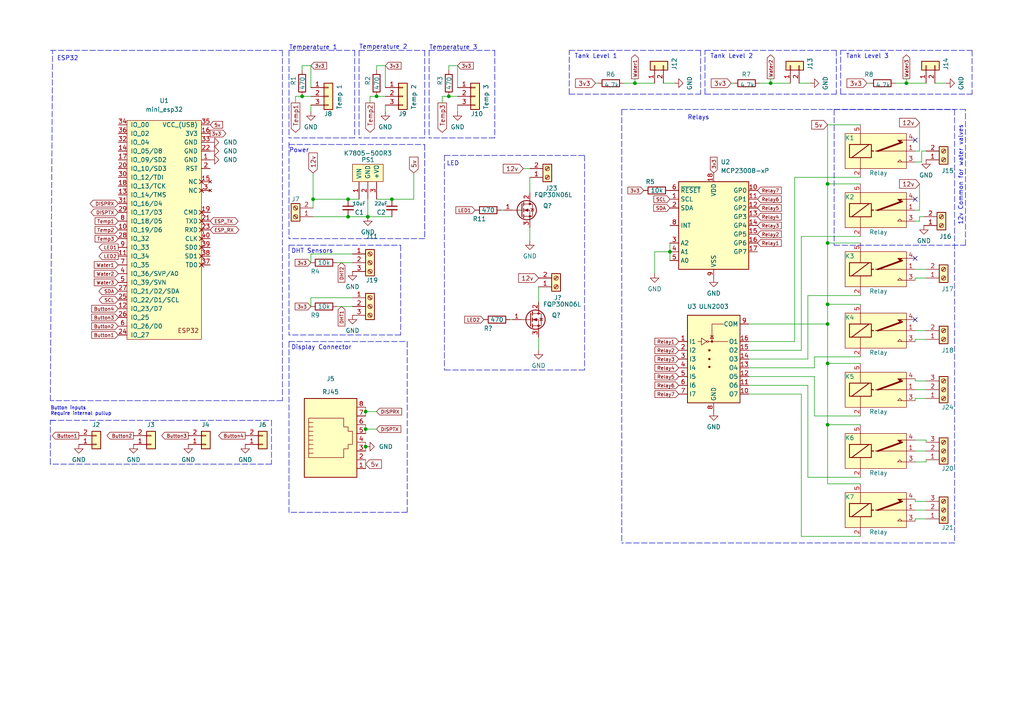
<source format=kicad_sch>
(kicad_sch (version 20211123) (generator eeschema)
  (paper "A4")
  (title_block (title "SmartRV-AIO") (date "2022-02-19") (rev "v0.1") (company "SmartRV") (comment 1 "robin@smartrv.uk"))
  (lib_symbols
    (symbol "Connector:RJ45" (pin_names (offset 1.016))
      (property "Reference" "J" (at -5.08 13.97 0))
      (property "Value" "RJ45" (at 2.54 13.97 0))
      (symbol "RJ45_1_1"
        (pin passive line (at 10.16 -7.62 180) (length 2.54) (name "~") (number "1"))
        (pin passive line (at 10.16 -5.08 180) (length 2.54) (name "~") (number "2"))
        (pin passive line (at 10.16 -2.54 180) (length 2.54) (name "~") (number "3"))
        (pin passive line (at 10.16 0 180) (length 2.54) (name "~") (number "4"))
        (pin passive line (at 10.16 2.54 180) (length 2.54) (name "~") (number "5"))
        (pin passive line (at 10.16 5.08 180) (length 2.54) (name "~") (number "6"))
        (pin passive line (at 10.16 7.62 180) (length 2.54) (name "~") (number "7"))
        (pin passive line (at 10.16 10.16 180) (length 2.54) (name "~") (number "8"))
      )
    )
    (symbol "Connector:Screw_Terminal_01x02" (pin_names (offset 1.016) hide)
      (property "Reference" "J" (at 0 2.54 0))
      (property "Value" "Screw_Terminal_01x02" (at 0 -5.08 0))
      (symbol "Screw_Terminal_01x02_1_1"
        (pin passive line (at -5.08 0 0) (length 3.81) (name "Pin_1") (number "1"))
        (pin passive line (at -5.08 -2.54 0) (length 3.81) (name "Pin_2") (number "2"))
      )
    )
    (symbol "Connector:Screw_Terminal_01x03" (pin_names (offset 1.016) hide)
      (property "Reference" "J" (at 0 5.08 0))
      (property "Value" "Screw_Terminal_01x03" (at 0 -5.08 0))
      (symbol "Screw_Terminal_01x03_1_1"
        (pin passive line (at -5.08 2.54 0) (length 3.81) (name "Pin_1") (number "1"))
        (pin passive line (at -5.08 0 0) (length 3.81) (name "Pin_2") (number "2"))
        (pin passive line (at -5.08 -2.54 0) (length 3.81) (name "Pin_3") (number "3"))
      )
    )
    (symbol "Connector_Generic:Conn_01x02" (pin_names (offset 1.016) hide)
      (property "Reference" "J" (at 0 2.54 0))
      (property "Value" "Conn_01x02" (at 0 -5.08 0))
      (symbol "Conn_01x02_1_1"
        (pin passive line (at -5.08 0 0) (length 3.81) (name "Pin_1") (number "1"))
        (pin passive line (at -5.08 -2.54 0) (length 3.81) (name "Pin_2") (number "2"))
      )
    )
    (symbol "Connector_Generic:Conn_01x03" (pin_names (offset 1.016) hide)
      (property "Reference" "J" (at 0 5.08 0))
      (property "Value" "Conn_01x03" (at 0 -5.08 0))
      (symbol "Conn_01x03_1_1"
        (pin passive line (at -5.08 2.54 0) (length 3.81) (name "Pin_1") (number "1"))
        (pin passive line (at -5.08 0 0) (length 3.81) (name "Pin_2") (number "2"))
        (pin passive line (at -5.08 -2.54 0) (length 3.81) (name "Pin_3") (number "3"))
      )
    )
    (symbol "Device:C_Small" (pin_numbers hide) (pin_names (offset 0.254) hide)
      (property "Reference" "C" (at 0.254 1.778 0))
      (property "Value" "C_Small" (at 0.254 -2.032 0))
      (symbol "C_Small_1_1"
        (pin passive line (at 0 2.54 270) (length 2.032) (name "~") (number "1"))
        (pin passive line (at 0 -2.54 90) (length 2.032) (name "~") (number "2"))
      )
    )
    (symbol "Device:R" (pin_numbers hide) (pin_names (offset 0))
      (property "Reference" "R" (at 2.032 0 90))
      (property "Value" "R" (at 0 0 90))
      (symbol "R_1_1"
        (pin passive line (at 0 3.81 270) (length 1.27) (name "~") (number "1"))
        (pin passive line (at 0 -3.81 90) (length 1.27) (name "~") (number "2"))
      )
    )
    (symbol "ESP32_mini:mini_esp32" (pin_names (offset 1.016))
      (property "Reference" "U" (at -7.62 -50.8 0))
      (property "Value" "mini_esp32" (at 5.08 -59.69 0))
      (symbol "mini_esp32_0_0"
        (text "ESP32" (at 7.62 -62.23 0) (effects (font (size 1.27 1.27))))
        (pin power_in line (at 13.97 -12.7 180) (length 2.54) (name "GND") (number "1"))
        (pin input line (at 13.97 -15.24 180) (length 2.54) (name "RST") (number "2"))
        (pin no_connect non_logic (at 13.97 -21.59 180) (length 2.54) (name "NC") (number "3"))
        (pin bidirectional line (at -12.7 -45.72 0) (length 2.54) (name "IO_36/SVP/A0") (number "4"))
        (pin bidirectional line (at -12.7 -48.26 0) (length 2.54) (name "IO_39/SVN") (number "5"))
      )
      (symbol "mini_esp32_1_1"
        (pin bidirectional line (at -12.7 -33.02 0) (length 2.54) (name "IO_19/D6") (number "10"))
        (pin bidirectional line (at -12.7 -40.64 0) (length 2.54) (name "IO_34") (number "11"))
        (pin bidirectional line (at -12.7 -55.88 0) (length 2.54) (name "IO_23/D7") (number "12"))
        (pin bidirectional line (at -12.7 -22.86 0) (length 2.54) (name "IO_14/TMS") (number "13"))
        (pin bidirectional line (at -12.7 -10.16 0) (length 2.54) (name "IO_05/D8") (number "14"))
        (pin no_connect non_logic (at 13.97 -19.05 180) (length 2.54) (name "NC") (number "15"))
        (pin power_in line (at 13.97 -5.08 180) (length 2.54) (name "3V3") (number "16"))
        (pin bidirectional line (at -12.7 -12.7 0) (length 2.54) (name "IO_09/SD2") (number "17"))
        (pin bidirectional line (at -12.7 -20.32 0) (length 2.54) (name "IO_13/TCK") (number "18"))
        (pin passive non_logic (at 13.97 -27.94 180) (length 2.54) (name "CMD") (number "19"))
        (pin bidirectional line (at -12.7 -15.24 0) (length 2.54) (name "IO_10/SD3") (number "20"))
        (pin passive non_logic (at 13.97 -30.48 180) (length 2.54) (name "TXD") (number "21"))
        (pin power_in line (at 13.97 -10.16 180) (length 2.54) (name "GND") (number "22"))
        (pin passive non_logic (at 13.97 -33.02 180) (length 2.54) (name "RXD") (number "23"))
        (pin bidirectional line (at -12.7 -63.5 0) (length 2.54) (name "IO_27") (number "24"))
        (pin bidirectional line (at -12.7 -53.34 0) (length 2.54) (name "IO_22/D1/SCL") (number "25"))
        (pin bidirectional line (at -12.7 -58.42 0) (length 2.54) (name "IO_25") (number "26"))
        (pin bidirectional line (at -12.7 -50.8 0) (length 2.54) (name "IO_21/D2/SDA") (number "27"))
        (pin bidirectional line (at -12.7 -35.56 0) (length 2.54) (name "IO_32") (number "28"))
        (pin bidirectional line (at -12.7 -27.94 0) (length 2.54) (name "IO_17/D3") (number "29"))
        (pin bidirectional line (at -12.7 -17.78 0) (length 2.54) (name "IO_12/TDI") (number "30"))
        (pin bidirectional line (at -12.7 -25.4 0) (length 2.54) (name "IO_16/D4") (number "31"))
        (pin bidirectional line (at -12.7 -7.62 0) (length 2.54) (name "IO_04") (number "32"))
        (pin power_in line (at 13.97 -7.62 180) (length 2.54) (name "GND") (number "33"))
        (pin bidirectional line (at -12.7 -2.54 0) (length 2.54) (name "IO_00") (number "34"))
        (pin power_in line (at 13.97 -2.54 180) (length 2.54) (name "VCC_(USB)") (number "35"))
        (pin bidirectional line (at -12.7 -5.08 0) (length 2.54) (name "IO_02") (number "36"))
        (pin passive non_logic (at 13.97 -43.18 180) (length 2.54) (name "TD0") (number "37"))
        (pin passive non_logic (at 13.97 -40.64 180) (length 2.54) (name "SD1") (number "38"))
        (pin passive non_logic (at 13.97 -38.1 180) (length 2.54) (name "SD0") (number "39"))
        (pin passive non_logic (at 13.97 -35.56 180) (length 2.54) (name "CLK") (number "40"))
        (pin bidirectional line (at -12.7 -60.96 0) (length 2.54) (name "IO_26/D0") (number "6"))
        (pin bidirectional line (at -12.7 -43.18 0) (length 2.54) (name "IO_35") (number "7"))
        (pin bidirectional line (at -12.7 -30.48 0) (length 2.54) (name "IO_18/D5") (number "8"))
        (pin bidirectional line (at -12.7 -38.1 0) (length 2.54) (name "IO_33") (number "9"))
      )
    )
    (symbol "Interface_Expansion:MCP23008-xP"
      (property "Reference" "U" (at -8.89 13.97 0))
      (property "Value" "MCP23008-xP" (at 8.89 13.97 0))
      (symbol "MCP23008-xP_1_1"
        (pin input line (at -12.7 7.62 0) (length 2.54) (name "SCL") (number "1"))
        (pin bidirectional line (at 12.7 10.16 180) (length 2.54) (name "GP0") (number "10"))
        (pin bidirectional line (at 12.7 7.62 180) (length 2.54) (name "GP1") (number "11"))
        (pin bidirectional line (at 12.7 5.08 180) (length 2.54) (name "GP2") (number "12"))
        (pin bidirectional line (at 12.7 2.54 180) (length 2.54) (name "GP3") (number "13"))
        (pin bidirectional line (at 12.7 0 180) (length 2.54) (name "GP4") (number "14"))
        (pin bidirectional line (at 12.7 -2.54 180) (length 2.54) (name "GP5") (number "15"))
        (pin bidirectional line (at 12.7 -5.08 180) (length 2.54) (name "GP6") (number "16"))
        (pin bidirectional line (at 12.7 -7.62 180) (length 2.54) (name "GP7") (number "17"))
        (pin power_in line (at 0 15.24 270) (length 2.54) (name "VDD") (number "18"))
        (pin bidirectional line (at -12.7 5.08 0) (length 2.54) (name "SDA") (number "2"))
        (pin input line (at -12.7 -5.08 0) (length 2.54) (name "A2") (number "3"))
        (pin input line (at -12.7 -7.62 0) (length 2.54) (name "A1") (number "4"))
        (pin input line (at -12.7 -10.16 0) (length 2.54) (name "A0") (number "5"))
        (pin input line (at -12.7 10.16 0) (length 2.54) (name "~{RESET}") (number "6"))
        (pin no_connect line (at -10.16 -2.54 0) (length 2.54) hide (name "NC") (number "7"))
        (pin output line (at -12.7 0 0) (length 2.54) (name "INT") (number "8"))
        (pin power_in line (at 0 -15.24 90) (length 2.54) (name "VSS") (number "9"))
      )
    )
    (symbol "Relay:SANYOU_SRD_Form_C"
      (property "Reference" "K2" (at -6.985 3.81 0))
      (property "Value" "Relay" (at 0 -6.35 0))
      (symbol "SANYOU_SRD_Form_C_1_1"
        (pin passive line (at 13.335 0 180) (length 2.54) (name "~") (number "1"))
        (pin passive line (at -2.54 -7.62 90) (length 2.54) (name "~") (number "2"))
        (pin passive line (at 13.335 -3.175 180) (length 2.54) (name "~") (number "3"))
        (pin passive line (at 13.335 3.175 180) (length 2.54) (name "~") (number "4"))
        (pin passive line (at -2.54 7.62 270) (length 2.54) (name "~") (number "5"))
      )
    )
    (symbol "SamacSys_Parts:K7805-500R3" (pin_names (offset 0.762))
      (property "Reference" "PS?" (at 0.635 13.335 90))
      (property "Value" "K7805-500R3" (at -4.445 11.43 90))
      (symbol "K7805-500R3_0_0"
        (pin passive line (at 0 0 0) (length 5.08) (name "VIN") (number "1"))
        (pin passive line (at 0 -2.54 0) (length 5.08) (name "GND") (number "2"))
        (pin passive line (at 0 -5.08 0) (length 5.08) (name "+VO") (number "3"))
      )
    )
    (symbol "Transistor_Array:ULN2003"
      (property "Reference" "U" (at 0 15.875 0))
      (property "Value" "ULN2003" (at 0 13.97 0))
      (symbol "ULN2003_1_1"
        (pin input line (at -10.16 5.08 0) (length 2.54) (name "I1") (number "1"))
        (pin open_collector line (at 10.16 -10.16 180) (length 2.54) (name "O7") (number "10"))
        (pin open_collector line (at 10.16 -7.62 180) (length 2.54) (name "O6") (number "11"))
        (pin open_collector line (at 10.16 -5.08 180) (length 2.54) (name "O5") (number "12"))
        (pin open_collector line (at 10.16 -2.54 180) (length 2.54) (name "O4") (number "13"))
        (pin open_collector line (at 10.16 0 180) (length 2.54) (name "O3") (number "14"))
        (pin open_collector line (at 10.16 2.54 180) (length 2.54) (name "O2") (number "15"))
        (pin open_collector line (at 10.16 5.08 180) (length 2.54) (name "O1") (number "16"))
        (pin input line (at -10.16 2.54 0) (length 2.54) (name "I2") (number "2"))
        (pin input line (at -10.16 0 0) (length 2.54) (name "I3") (number "3"))
        (pin input line (at -10.16 -2.54 0) (length 2.54) (name "I4") (number "4"))
        (pin input line (at -10.16 -5.08 0) (length 2.54) (name "I5") (number "5"))
        (pin input line (at -10.16 -7.62 0) (length 2.54) (name "I6") (number "6"))
        (pin input line (at -10.16 -10.16 0) (length 2.54) (name "I7") (number "7"))
        (pin power_in line (at 0 -15.24 90) (length 2.54) (name "GND") (number "8"))
        (pin passive line (at 10.16 10.16 180) (length 2.54) (name "COM") (number "9"))
      )
    )
    (symbol "Transistor_FET:IRF540N" (pin_names hide)
      (property "Reference" "Q" (at 6.35 1.905 0))
      (property "Value" "IRF540N" (at 6.35 0 0))
      (symbol "IRF540N_1_1"
        (pin input line (at -5.08 0 0) (length 2.54) (name "G") (number "1"))
        (pin passive line (at 2.54 5.08 270) (length 2.54) (name "D") (number "2"))
        (pin passive line (at 2.54 -5.08 90) (length 2.54) (name "S") (number "3"))
      )
    )
    (symbol "power:GND" (power) (pin_names (offset 0))
      (property "Value" "GND" (at 0 -3.81 0))
      (symbol "GND_1_1"
        (pin power_in line (at 0 0 270) (length 0) hide (name "GND") (number "1"))
      )
    )
  )
  (junction (at 100.965 62.865))
  (junction (at 106.68 62.865))
  (junction (at 113.665 57.785))
  (junction (at 106.045 119.38))
  (junction (at 109.22 27.94))
  (junction (at 90.805 57.785))
  (junction (at 240.03 70.485))
  (junction (at 100.965 57.785))
  (junction (at 262.89 24.13))
  (junction (at 106.045 129.54))
  (junction (at 130.175 27.94))
  (junction (at 240.03 93.98))
  (junction (at 87.63 27.94))
  (junction (at 106.045 124.46))
  (junction (at 194.31 73.025))
  (junction (at 184.15 24.13))
  (junction (at 240.03 88.265))
  (junction (at 240.03 105.41))
  (junction (at 223.52 24.13))
  (junction (at 240.03 123.19))
  (junction (at 240.03 53.34))
  (no_connect (at 265.43 74.93))
  (no_connect (at 265.43 92.71))
  (no_connect (at 265.43 40.64))
  (no_connect (at 265.43 57.785))
  (wire (pts (xy 217.17 114.3) (xy 232.41 114.3)))
  (polyline (pts (xy 123.19 41.91) (xy 123.19 69.215)))
  (polyline (pts (xy 243.84 27.305) (xy 281.94 27.305)))
  (wire (pts (xy 90.805 62.865) (xy 100.965 62.865)))
  (polyline (pts (xy 165.1 27.305) (xy 203.2 27.305)))
  (wire (pts (xy 90.17 19.05) (xy 90.17 25.4)))
  (polyline (pts (xy 123.19 14.605) (xy 123.19 40.005)))
  (polyline (pts (xy 276.86 31.75) (xy 276.86 157.48)))
  (polyline (pts (xy 143.51 14.605) (xy 143.51 40.005)))
  (wire (pts (xy 234.315 111.76) (xy 234.315 138.43)))
  (polyline (pts (xy 124.46 14.605) (xy 143.51 14.605)))
  (wire (pts (xy 156.21 83.185) (xy 156.21 87.63)))
  (wire (pts (xy 130.175 19.05) (xy 132.715 19.05)))
  (polyline (pts (xy 128.905 45.085) (xy 169.545 45.085)))
  (wire (pts (xy 156.21 101.6) (xy 156.21 97.79)))
  (wire (pts (xy 217.17 101.6) (xy 232.41 101.6)))
  (wire (pts (xy 265.43 133.985) (xy 268.605 133.985)))
  (wire (pts (xy 232.41 68.58) (xy 249.555 68.58)))
  (wire (pts (xy 240.03 36.195) (xy 249.555 36.195)))
  (wire (pts (xy 113.665 57.785) (xy 120.015 57.785)))
  (wire (pts (xy 100.965 57.785) (xy 104.14 57.785)))
  (polyline (pts (xy 14.605 134.62) (xy 14.605 121.92)))
  (wire (pts (xy 106.045 119.38) (xy 109.22 119.38)))
  (polyline (pts (xy 124.46 14.605) (xy 124.46 40.005)))
  (polyline (pts (xy 83.82 99.06) (xy 118.11 99.06)))
  (polyline (pts (xy 102.87 14.605) (xy 102.87 40.005)))
  (wire (pts (xy 87.63 19.05) (xy 90.17 19.05)))
  (wire (pts (xy 265.43 95.885) (xy 268.605 95.885)))
  (wire (pts (xy 173.355 24.13) (xy 172.72 24.13)))
  (polyline (pts (xy 83.82 41.91) (xy 123.19 41.91)))
  (wire (pts (xy 106.045 124.46) (xy 109.22 124.46)))
  (wire (pts (xy 266.7 60.96) (xy 265.43 60.96)))
  (wire (pts (xy 265.43 151.13) (xy 265.43 150.495)))
  (wire (pts (xy 106.68 57.785) (xy 106.68 62.865)))
  (wire (pts (xy 87.63 27.94) (xy 90.17 27.94)))
  (polyline (pts (xy 180.34 31.75) (xy 276.86 31.75)))
  (wire (pts (xy 106.045 118.11) (xy 106.045 119.38)))
  (wire (pts (xy 189.865 79.375) (xy 189.865 73.025)))
  (wire (pts (xy 262.89 24.13) (xy 262.89 22.86)))
  (wire (pts (xy 107.315 27.94) (xy 109.22 27.94)))
  (wire (pts (xy 232.41 155.575) (xy 249.555 155.575)))
  (polyline (pts (xy 14.605 14.605) (xy 81.915 14.605)))
  (wire (pts (xy 240.03 88.265) (xy 249.555 88.265)))
  (wire (pts (xy 266.7 62.865) (xy 266.7 64.135)))
  (wire (pts (xy 268.605 80.645) (xy 265.43 80.645)))
  (wire (pts (xy 271.145 24.13) (xy 274.32 24.13)))
  (polyline (pts (xy 123.19 41.91) (xy 123.19 69.215)))
  (wire (pts (xy 265.43 78.105) (xy 268.605 78.105)))
  (wire (pts (xy 109.22 57.785) (xy 113.665 57.785)))
  (wire (pts (xy 109.22 27.94) (xy 111.76 27.94)))
  (wire (pts (xy 90.17 32.385) (xy 90.17 30.48)))
  (wire (pts (xy 153.67 51.435) (xy 153.67 55.88)))
  (polyline (pts (xy 276.86 157.48) (xy 180.34 157.48)))
  (wire (pts (xy 240.03 70.485) (xy 249.555 70.485)))
  (wire (pts (xy 265.43 115.57) (xy 265.43 116.205)))
  (wire (pts (xy 90.805 57.785) (xy 100.965 57.785)))
  (wire (pts (xy 236.22 120.65) (xy 249.555 120.65)))
  (wire (pts (xy 267.335 46.99) (xy 265.43 46.99)))
  (polyline (pts (xy 280.035 71.12) (xy 280.035 31.75)))
  (polyline (pts (xy 14.605 116.205) (xy 15.24 14.605)))
  (wire (pts (xy 106.045 128.27) (xy 106.045 129.54)))
  (polyline (pts (xy 116.205 71.12) (xy 116.205 97.155)))
  (polyline (pts (xy 83.82 14.605) (xy 102.87 14.605)))
  (polyline (pts (xy 165.1 14.605) (xy 203.2 14.605)))
  (wire (pts (xy 232.41 114.3) (xy 232.41 155.575)))
  (wire (pts (xy 97.79 76.2) (xy 102.235 76.2)))
  (polyline (pts (xy 203.2 14.605) (xy 203.2 27.305)))
  (wire (pts (xy 153.67 69.85) (xy 153.67 66.04)))
  (polyline (pts (xy 242.57 14.605) (xy 242.57 27.305)))
  (wire (pts (xy 87.63 19.05) (xy 87.63 20.32)))
  (polyline (pts (xy 78.74 134.62) (xy 14.605 134.62)))
  (wire (pts (xy 240.03 93.98) (xy 240.03 105.41)))
  (polyline (pts (xy 123.19 69.215) (xy 83.82 69.215)))
  (wire (pts (xy 240.03 53.34) (xy 240.03 36.195)))
  (wire (pts (xy 240.03 105.41) (xy 240.03 123.19)))
  (wire (pts (xy 268.605 115.57) (xy 265.43 115.57)))
  (wire (pts (xy 147.955 92.71) (xy 148.59 92.71)))
  (wire (pts (xy 236.22 109.22) (xy 236.22 120.65)))
  (polyline (pts (xy 241.935 71.12) (xy 280.035 71.12)))
  (wire (pts (xy 97.79 88.9) (xy 102.235 88.9)))
  (wire (pts (xy 234.315 85.725) (xy 249.555 85.725)))
  (wire (pts (xy 236.22 103.505) (xy 249.555 103.505)))
  (wire (pts (xy 217.17 104.14) (xy 234.315 104.14)))
  (polyline (pts (xy 143.51 40.005) (xy 124.46 40.005)))
  (wire (pts (xy 223.52 24.13) (xy 229.235 24.13)))
  (wire (pts (xy 268.605 133.985) (xy 268.605 133.35)))
  (wire (pts (xy 240.03 93.98) (xy 240.03 88.265)))
  (wire (pts (xy 130.175 27.94) (xy 132.715 27.94)))
  (wire (pts (xy 265.43 127.635) (xy 268.605 127.635)))
  (polyline (pts (xy 169.545 45.085) (xy 169.545 107.315)))
  (wire (pts (xy 106.045 119.38) (xy 106.045 120.65)))
  (wire (pts (xy 234.315 104.14) (xy 234.315 85.725)))
  (polyline (pts (xy 83.82 99.06) (xy 83.82 148.59)))
  (wire (pts (xy 267.97 62.865) (xy 266.7 62.865)))
  (wire (pts (xy 132.715 32.385) (xy 132.715 30.48)))
  (polyline (pts (xy 83.82 41.275) (xy 83.82 69.215)))
  (polyline (pts (xy 128.905 45.085) (xy 128.905 107.315)))
  (polyline (pts (xy 241.935 31.75) (xy 241.935 71.12)))
  (polyline (pts (xy 243.84 14.605) (xy 281.94 14.605)))
  (wire (pts (xy 128.27 29.845) (xy 128.27 27.94)))
  (polyline (pts (xy 102.87 40.005) (xy 83.82 40.005)))
  (wire (pts (xy 217.17 111.76) (xy 234.315 111.76)))
  (wire (pts (xy 128.27 27.94) (xy 130.175 27.94)))
  (polyline (pts (xy 165.1 27.305) (xy 165.1 14.605)))
  (wire (pts (xy 90.17 88.9) (xy 90.17 86.36)))
  (wire (pts (xy 232.41 101.6) (xy 232.41 68.58)))
  (wire (pts (xy 259.715 24.13) (xy 262.89 24.13)))
  (wire (pts (xy 230.505 99.06) (xy 230.505 51.435)))
  (wire (pts (xy 107.315 29.845) (xy 107.315 27.94)))
  (wire (pts (xy 111.76 19.05) (xy 111.76 25.4)))
  (wire (pts (xy 240.03 140.335) (xy 249.555 140.335)))
  (polyline (pts (xy 14.605 121.92) (xy 78.74 121.92)))
  (polyline (pts (xy 180.34 31.75) (xy 180.34 157.48)))
  (wire (pts (xy 109.22 19.05) (xy 111.76 19.05)))
  (wire (pts (xy 100.965 62.865) (xy 106.68 62.865)))
  (wire (pts (xy 151.765 48.895) (xy 153.67 48.895)))
  (polyline (pts (xy 281.94 14.605) (xy 281.94 27.305)))
  (wire (pts (xy 90.17 86.36) (xy 102.235 86.36)))
  (polyline (pts (xy 118.11 99.06) (xy 118.11 148.59)))
  (wire (pts (xy 217.17 93.98) (xy 240.03 93.98)))
  (wire (pts (xy 234.315 138.43) (xy 249.555 138.43)))
  (wire (pts (xy 265.43 109.855) (xy 265.43 110.49)))
  (wire (pts (xy 194.31 73.025) (xy 194.31 75.565)))
  (wire (pts (xy 217.17 109.22) (xy 236.22 109.22)))
  (wire (pts (xy 90.805 60.325) (xy 90.805 57.785)))
  (wire (pts (xy 265.43 147.955) (xy 268.605 147.955)))
  (wire (pts (xy 90.17 73.66) (xy 102.235 73.66)))
  (wire (pts (xy 266.7 53.34) (xy 266.7 60.96)))
  (wire (pts (xy 265.43 80.645) (xy 265.43 81.28)))
  (wire (pts (xy 240.03 88.265) (xy 240.03 70.485)))
  (wire (pts (xy 240.03 123.19) (xy 240.03 140.335)))
  (wire (pts (xy 106.045 129.54) (xy 106.045 130.81)))
  (wire (pts (xy 90.17 76.2) (xy 90.17 73.66)))
  (polyline (pts (xy 204.47 27.305) (xy 204.47 14.605)))
  (wire (pts (xy 90.805 50.165) (xy 90.805 57.785)))
  (wire (pts (xy 236.22 106.68) (xy 236.22 103.505)))
  (wire (pts (xy 240.03 53.34) (xy 249.555 53.34)))
  (polyline (pts (xy 116.205 97.155) (xy 83.82 97.155)))
  (wire (pts (xy 217.17 106.68) (xy 236.22 106.68)))
  (wire (pts (xy 265.43 113.03) (xy 268.605 113.03)))
  (wire (pts (xy 109.22 19.05) (xy 109.22 20.32)))
  (polyline (pts (xy 118.11 148.59) (xy 83.82 148.59)))
  (wire (pts (xy 223.52 24.13) (xy 223.52 22.86)))
  (wire (pts (xy 268.605 145.415) (xy 265.43 145.415)))
  (polyline (pts (xy 81.915 14.605) (xy 81.915 116.205)))
  (wire (pts (xy 240.03 123.19) (xy 249.555 123.19)))
  (wire (pts (xy 130.175 19.05) (xy 130.175 20.32)))
  (wire (pts (xy 85.725 27.94) (xy 87.63 27.94)))
  (wire (pts (xy 180.975 24.13) (xy 184.15 24.13)))
  (wire (pts (xy 120.015 50.165) (xy 120.015 57.785)))
  (polyline (pts (xy 83.82 71.12) (xy 83.82 97.155)))
  (wire (pts (xy 240.03 70.485) (xy 240.03 53.34)))
  (wire (pts (xy 106.68 62.865) (xy 113.665 62.865)))
  (wire (pts (xy 231.775 24.13) (xy 234.95 24.13)))
  (wire (pts (xy 230.505 51.435) (xy 249.555 51.435)))
  (wire (pts (xy 194.31 70.485) (xy 194.31 73.025)))
  (wire (pts (xy 132.715 19.05) (xy 132.715 25.4)))
  (wire (pts (xy 266.7 64.135) (xy 265.43 64.135)))
  (wire (pts (xy 217.17 99.06) (xy 230.505 99.06)))
  (wire (pts (xy 265.43 110.49) (xy 268.605 110.49)))
  (polyline (pts (xy 123.19 40.005) (xy 104.14 40.005)))
  (wire (pts (xy 240.03 105.41) (xy 249.555 105.41)))
  (wire (pts (xy 85.725 29.845) (xy 85.725 27.94)))
  (polyline (pts (xy 14.605 121.92) (xy 15.875 121.92)))
  (wire (pts (xy 268.605 98.425) (xy 265.43 98.425)))
  (polyline (pts (xy 83.82 71.12) (xy 116.205 71.12)))
  (wire (pts (xy 106.045 124.46) (xy 106.045 125.73)))
  (wire (pts (xy 262.89 24.13) (xy 268.605 24.13)))
  (polyline (pts (xy 81.915 116.205) (xy 14.605 116.205)))
  (polyline (pts (xy 104.14 14.605) (xy 104.14 40.005)))
  (wire (pts (xy 266.7 35.56) (xy 266.7 43.815)))
  (wire (pts (xy 265.43 145.415) (xy 265.43 144.78)))
  (wire (pts (xy 252.095 24.13) (xy 251.46 24.13)))
  (polyline (pts (xy 83.82 14.605) (xy 83.82 40.005)))
  (wire (pts (xy 192.405 24.13) (xy 195.58 24.13)))
  (polyline (pts (xy 78.74 121.92) (xy 78.74 134.62)))
  (wire (pts (xy 265.43 130.81) (xy 268.605 130.81)))
  (polyline (pts (xy 204.47 27.305) (xy 242.57 27.305)))
  (wire (pts (xy 267.335 43.815) (xy 267.335 46.99)))
  (wire (pts (xy 111.76 32.385) (xy 111.76 30.48)))
  (wire (pts (xy 212.725 24.13) (xy 212.09 24.13)))
  (polyline (pts (xy 204.47 14.605) (xy 242.57 14.605)))
  (wire (pts (xy 189.865 73.025) (xy 194.31 73.025)))
  (wire (pts (xy 220.345 24.13) (xy 223.52 24.13)))
  (wire (pts (xy 265.43 98.425) (xy 265.43 99.06)))
  (polyline (pts (xy 280.035 31.75) (xy 241.935 31.75)))
  (polyline (pts (xy 243.84 27.305) (xy 243.84 14.605)))
  (wire (pts (xy 265.43 150.495) (xy 268.605 150.495)))
  (wire (pts (xy 106.045 123.19) (xy 106.045 124.46)))
  (wire (pts (xy 145.415 60.96) (xy 146.05 60.96)))
  (wire (pts (xy 184.15 24.13) (xy 184.15 22.86)))
  (wire (pts (xy 268.605 43.815) (xy 267.335 43.815)))
  (wire (pts (xy 268.605 127.635) (xy 268.605 128.27)))
  (wire (pts (xy 266.7 43.815) (xy 265.43 43.815)))
  (polyline (pts (xy 169.545 107.315) (xy 128.905 107.315)))
  (wire (pts (xy 106.045 133.35) (xy 106.045 135.89)))
  (polyline (pts (xy 104.14 14.605) (xy 123.19 14.605)))
  (wire (pts (xy 184.15 24.13) (xy 189.865 24.13)))
  (text "Relays" (at 199.39 34.925 0) (effects (font (size 1.27 1.27)) (justify left bottom)))
  (text "Power\n" (at 83.82 44.45 0) (effects (font (size 1.27 1.27)) (justify left bottom)))
  (text "LED\n" (at 129.54 48.26 0) (effects (font (size 1.27 1.27)) (justify left bottom)))
  (text "ESP32" (at 16.51 17.78 0) (effects (font (size 1.27 1.27)) (justify left bottom)))
  (text "Temperature 1\n" (at 83.82 14.605 0) (effects (font (size 1.27 1.27)) (justify left bottom)))
  (text "Temperature 2\n\n" (at 104.14 16.51 0) (effects (font (size 1.27 1.27)) (justify left bottom)))
  (text "Temperature 3" (at 124.46 14.605 0) (effects (font (size 1.27 1.27)) (justify left bottom)))
  (text "Button inputs\nRequire internal pullup\n" (at 14.605 120.65 0) (effects (font (size 1 1)) (justify left bottom)))
  (text "12v Common for water valves" (at 279.4 65.405 90) (effects (font (size 1.27 1.27)) (justify left bottom)))
  (text "DHT Sensors\n" (at 84.455 73.66 0) (effects (font (size 1.27 1.27)) (justify left bottom)))
  (text "Tank Level 2\n" (at 218.44 17.145 180) (effects (font (size 1.27 1.27)) (justify right bottom)))
  (text "Tank Level 3\n" (at 257.81 17.145 180) (effects (font (size 1.27 1.27)) (justify right bottom)))
  (text "Display Connector\n" (at 84.455 101.6 0) (effects (font (size 1.27 1.27)) (justify left bottom)))
  (text "Tank Level 1" (at 179.07 17.145 180) (effects (font (size 1.27 1.27)) (justify right bottom)))
  (global_label "LED2" (shape output) (at 34.29 74.295 180) (effects (font (size 1 1))) (property "Intersheet References" "${INTERSHEET_REFS}" (effects hide)))
  (global_label "Button3" (shape output) (at 54.61 126.365 180) (effects (font (size 1 1))) (property "Intersheet References" "${INTERSHEET_REFS}" (effects hide)))
  (global_label "Relay7" (shape input) (at 196.85 114.3 180) (effects (font (size 1 1))) (property "Intersheet References" "${INTERSHEET_REFS}" (effects hide)))
  (global_label "12v" (shape input) (at 151.765 48.895 180) (property "Intersheet References" "${INTERSHEET_REFS}" (effects hide)))
  (global_label "5v" (shape input) (at 60.96 36.195 0) (effects (font (size 1 1))) (property "Intersheet References" "${INTERSHEET_REFS}" (effects hide)))
  (global_label "Temp3" (shape output) (at 128.27 29.845 270) (property "Intersheet References" "${INTERSHEET_REFS}" (effects hide)))
  (global_label "Water1" (shape output) (at 184.15 22.86 90) (effects (font (size 1 1))) (property "Intersheet References" "${INTERSHEET_REFS}" (effects hide)))
  (global_label "Temp1" (shape input) (at 34.29 64.135 180) (effects (font (size 1 1))) (property "Intersheet References" "${INTERSHEET_REFS}" (effects hide)))
  (global_label "3v3" (shape input) (at 90.17 19.05 0) (effects (font (size 1 1))) (property "Intersheet References" "${INTERSHEET_REFS}" (effects hide)))
  (global_label "DISPRX" (shape bidirectional) (at 34.29 59.055 180) (effects (font (size 1 1))) (property "Intersheet References" "${INTERSHEET_REFS}" (effects hide)))
  (global_label "Temp2" (shape input) (at 34.29 66.675 180) (effects (font (size 1 1))) (property "Intersheet References" "${INTERSHEET_REFS}" (effects hide)))
  (global_label "5v" (shape input) (at 120.015 50.165 90) (property "Intersheet References" "${INTERSHEET_REFS}" (effects hide)))
  (global_label "3v3" (shape input) (at 207.01 50.165 90) (effects (font (size 1 1))) (property "Intersheet References" "${INTERSHEET_REFS}" (effects hide)))
  (global_label "Button2" (shape output) (at 38.735 126.365 180) (effects (font (size 1 1))) (property "Intersheet References" "${INTERSHEET_REFS}" (effects hide)))
  (global_label "Relay3" (shape input) (at 196.85 104.14 180) (effects (font (size 1 1))) (property "Intersheet References" "${INTERSHEET_REFS}" (effects hide)))
  (global_label "12v" (shape input) (at 266.7 35.56 180) (property "Intersheet References" "${INTERSHEET_REFS}" (effects hide)))
  (global_label "Relay1" (shape input) (at 219.71 70.485 0) (effects (font (size 1 1))) (property "Intersheet References" "${INTERSHEET_REFS}" (effects hide)))
  (global_label "DHT1" (shape input) (at 99.06 88.9 270) (effects (font (size 1 1))) (property "Intersheet References" "${INTERSHEET_REFS}" (effects hide)))
  (global_label "Relay6" (shape input) (at 219.71 57.785 0) (effects (font (size 1 1))) (property "Intersheet References" "${INTERSHEET_REFS}" (effects hide)))
  (global_label "DISPTX" (shape input) (at 109.22 124.46 0) (effects (font (size 1 1))) (property "Intersheet References" "${INTERSHEET_REFS}" (effects hide)))
  (global_label "Relay4" (shape input) (at 219.71 62.865 0) (effects (font (size 1 1))) (property "Intersheet References" "${INTERSHEET_REFS}" (effects hide)))
  (global_label "LED1" (shape input) (at 137.795 60.96 180) (effects (font (size 1 1))) (property "Intersheet References" "${INTERSHEET_REFS}" (effects hide)))
  (global_label "3v3" (shape output) (at 60.96 38.735 0) (effects (font (size 1 1))) (property "Intersheet References" "${INTERSHEET_REFS}" (effects hide)))
  (global_label "Button4" (shape output) (at 71.12 126.365 180) (effects (font (size 1 1))) (property "Intersheet References" "${INTERSHEET_REFS}" (effects hide)))
  (global_label "Water2" (shape input) (at 34.29 79.375 180) (effects (font (size 1 1))) (property "Intersheet References" "${INTERSHEET_REFS}" (effects hide)))
  (global_label "Relay2" (shape input) (at 196.85 101.6 180) (effects (font (size 1 1))) (property "Intersheet References" "${INTERSHEET_REFS}" (effects hide)))
  (global_label "SCL" (shape input) (at 194.31 57.785 180) (effects (font (size 1 1))) (property "Intersheet References" "${INTERSHEET_REFS}" (effects hide)))
  (global_label "Temp3" (shape input) (at 34.29 69.215 180) (effects (font (size 1 1))) (property "Intersheet References" "${INTERSHEET_REFS}" (effects hide)))
  (global_label "Water3" (shape output) (at 262.89 22.86 90) (effects (font (size 1 1))) (property "Intersheet References" "${INTERSHEET_REFS}" (effects hide)))
  (global_label "Button1" (shape input) (at 34.29 97.155 180) (effects (font (size 1 1))) (property "Intersheet References" "${INTERSHEET_REFS}" (effects hide)))
  (global_label "ESP_TX" (shape bidirectional) (at 60.96 64.135 0) (effects (font (size 1 1))) (property "Intersheet References" "${INTERSHEET_REFS}" (effects hide)))
  (global_label "3v3" (shape input) (at 251.46 24.13 180) (property "Intersheet References" "${INTERSHEET_REFS}" (effects hide)))
  (global_label "12v" (shape input) (at 90.805 50.165 90) (property "Intersheet References" "${INTERSHEET_REFS}" (effects hide)))
  (global_label "Water2" (shape output) (at 223.52 22.86 90) (effects (font (size 1 1))) (property "Intersheet References" "${INTERSHEET_REFS}" (effects hide)))
  (global_label "3v3" (shape input) (at 212.09 24.13 180) (property "Intersheet References" "${INTERSHEET_REFS}" (effects hide)))
  (global_label "5v" (shape input) (at 240.03 36.195 180) (property "Intersheet References" "${INTERSHEET_REFS}" (effects hide)))
  (global_label "Button4" (shape input) (at 34.29 89.535 180) (effects (font (size 1 1))) (property "Intersheet References" "${INTERSHEET_REFS}" (effects hide)))
  (global_label "Relay5" (shape input) (at 196.85 109.22 180) (effects (font (size 1 1))) (property "Intersheet References" "${INTERSHEET_REFS}" (effects hide)))
  (global_label "DHT2" (shape input) (at 99.06 76.2 270) (effects (font (size 1 1))) (property "Intersheet References" "${INTERSHEET_REFS}" (effects hide)))
  (global_label "Relay4" (shape input) (at 196.85 106.68 180) (effects (font (size 1 1))) (property "Intersheet References" "${INTERSHEET_REFS}" (effects hide)))
  (global_label "SCL" (shape bidirectional) (at 34.29 86.995 180) (effects (font (size 1 1))) (property "Intersheet References" "${INTERSHEET_REFS}" (effects hide)))
  (global_label "Relay1" (shape input) (at 196.85 99.06 180) (effects (font (size 1 1))) (property "Intersheet References" "${INTERSHEET_REFS}" (effects hide)))
  (global_label "DISPTX" (shape bidirectional) (at 34.29 61.595 180) (effects (font (size 1 1))) (property "Intersheet References" "${INTERSHEET_REFS}" (effects hide)))
  (global_label "SDA" (shape input) (at 194.31 60.325 180) (effects (font (size 1 1))) (property "Intersheet References" "${INTERSHEET_REFS}" (effects hide)))
  (global_label "3v3" (shape input) (at 111.76 19.05 0) (effects (font (size 1 1))) (property "Intersheet References" "${INTERSHEET_REFS}" (effects hide)))
  (global_label "3v3" (shape input) (at 186.69 55.245 180) (effects (font (size 1 1))) (property "Intersheet References" "${INTERSHEET_REFS}" (effects hide)))
  (global_label "Relay7" (shape input) (at 219.71 55.245 0) (effects (font (size 1 1))) (property "Intersheet References" "${INTERSHEET_REFS}" (effects hide)))
  (global_label "12v" (shape input) (at 156.21 80.645 180) (property "Intersheet References" "${INTERSHEET_REFS}" (effects hide)))
  (global_label "Button1" (shape output) (at 22.86 126.365 180) (effects (font (size 1 1))) (property "Intersheet References" "${INTERSHEET_REFS}" (effects hide)))
  (global_label "Temp1" (shape output) (at 85.725 29.845 270) (property "Intersheet References" "${INTERSHEET_REFS}" (effects hide)))
  (global_label "Water3" (shape input) (at 34.29 81.915 180) (effects (font (size 1 1))) (property "Intersheet References" "${INTERSHEET_REFS}" (effects hide)))
  (global_label "3v3" (shape input) (at 90.17 88.9 180) (effects (font (size 1 1))) (property "Intersheet References" "${INTERSHEET_REFS}" (effects hide)))
  (global_label "Relay3" (shape input) (at 219.71 65.405 0) (effects (font (size 1 1))) (property "Intersheet References" "${INTERSHEET_REFS}" (effects hide)))
  (global_label "LED2" (shape input) (at 140.335 92.71 180) (effects (font (size 1 1))) (property "Intersheet References" "${INTERSHEET_REFS}" (effects hide)))
  (global_label "Relay2" (shape input) (at 219.71 67.945 0) (effects (font (size 1 1))) (property "Intersheet References" "${INTERSHEET_REFS}" (effects hide)))
  (global_label "Relay5" (shape input) (at 219.71 60.325 0) (effects (font (size 1 1))) (property "Intersheet References" "${INTERSHEET_REFS}" (effects hide)))
  (global_label "Button2" (shape input) (at 34.29 94.615 180) (effects (font (size 1 1))) (property "Intersheet References" "${INTERSHEET_REFS}" (effects hide)))
  (global_label "Relay6" (shape input) (at 196.85 111.76 180) (effects (font (size 1 1))) (property "Intersheet References" "${INTERSHEET_REFS}" (effects hide)))
  (global_label "3v3" (shape input) (at 90.17 76.2 180) (effects (font (size 1 1))) (property "Intersheet References" "${INTERSHEET_REFS}" (effects hide)))
  (global_label "Water1" (shape input) (at 34.29 76.835 180) (effects (font (size 1 1))) (property "Intersheet References" "${INTERSHEET_REFS}" (effects hide)))
  (global_label "Button3" (shape input) (at 34.29 92.075 180) (effects (font (size 1 1))) (property "Intersheet References" "${INTERSHEET_REFS}" (effects hide)))
  (global_label "Temp2" (shape output) (at 107.315 29.845 270) (property "Intersheet References" "${INTERSHEET_REFS}" (effects hide)))
  (global_label "12v" (shape input) (at 266.7 53.34 180) (property "Intersheet References" "${INTERSHEET_REFS}" (effects hide)))
  (global_label "DISPRX" (shape input) (at 109.22 119.38 0) (effects (font (size 1 1))) (property "Intersheet References" "${INTERSHEET_REFS}" (effects hide)))
  (global_label "3v3" (shape input) (at 132.715 19.05 0) (effects (font (size 1 1))) (property "Intersheet References" "${INTERSHEET_REFS}" (effects hide)))
  (global_label "ESP_RX" (shape bidirectional) (at 60.96 66.675 0) (effects (font (size 1 1))) (property "Intersheet References" "${INTERSHEET_REFS}" (effects hide)))
  (global_label "3v3" (shape input) (at 172.72 24.13 180) (property "Intersheet References" "${INTERSHEET_REFS}" (effects hide)))
  (global_label "LED1" (shape output) (at 34.29 71.755 180) (effects (font (size 1 1))) (property "Intersheet References" "${INTERSHEET_REFS}" (effects hide)))
  (global_label "SDA" (shape bidirectional) (at 34.29 84.455 180) (effects (font (size 1 1))) (property "Intersheet References" "${INTERSHEET_REFS}" (effects hide)))
  (global_label "5v" (shape input) (at 106.045 134.62 0) (property "Intersheet References" "${INTERSHEET_REFS}" (effects hide)))
  (symbol (lib_id "Connector:Screw_Terminal_01x03") (at 273.685 113.03 0) (mirror x) (unit 1)
    (property "Reference" "J24" (at 273.05 118.11 0) (effects (justify left)))
    (property "Value" "Screw_Terminal_01x03" (effects hide))
    (property "Footprint" "TerminalBlock_Phoenix:TerminalBlock_Phoenix_MKDS-1,5-3_1x03_P5.00mm_Horizontal" (effects hide))
  )
  (symbol (lib_id "Connector:Screw_Terminal_01x02") (at 273.05 65.405 0) (mirror x) (unit 1)
    (property "Reference" "J16" (at 272.415 68.58 0) (effects (justify left)))
    (property "Value" "Screw_Terminal_01x02" (effects hide))
    (property "Footprint" "TerminalBlock_Phoenix:TerminalBlock_Phoenix_MKDS-1,5-2_1x02_P5.00mm_Horizontal" (effects hide))
  )
  (symbol (lib_id "Connector_Generic:Conn_01x03") (at 137.795 27.94 0) (unit 1)
    (property "Reference" "J10" (at 136.525 33.02 0) (effects (justify left)))
    (property "Value" "Temp 3" (at 140.97 31.75 90) (effects (justify left)))
    (property "Footprint" "Connector_JST:JST_XH_B3B-XH-A_1x03_P2.50mm_Vertical" (effects hide))
  )
  (symbol (lib_id "Device:R") (at 130.175 24.13 0) (unit 1)
    (property "Reference" "R3" (at 127.635 24.765 90) (effects (justify left)))
    (property "Value" "470" (at 129.54 22.225 90) (effects (justify right top)))
    (property "Footprint" "Resistor_THT:R_Axial_DIN0207_L6.3mm_D2.5mm_P7.62mm_Horizontal" (effects hide))
  )
  (symbol (lib_id "power:GND") (at 106.68 62.865 0) (unit 1)
    (property "Reference" "#PWR011" (effects hide))
    (property "Value" "GND" (at 106.68 67.31 0))
  )
  (symbol (lib_id "Device:R") (at 93.98 88.9 90) (unit 1)
    (property "Reference" "R9" (at 91.44 91.44 90))
    (property "Value" "10k" (at 93.98 88.9 90))
    (property "Footprint" "Resistor_THT:R_Axial_DIN0207_L6.3mm_D2.5mm_P7.62mm_Horizontal" (effects hide))
  )
  (symbol (lib_id "power:GND") (at 207.01 119.38 0) (unit 1)
    (property "Reference" "#PWR018" (effects hide))
    (property "Value" "GND" (at 207.01 123.825 0))
  )
  (symbol (lib_id "Connector_Generic:Conn_01x03") (at 116.84 27.94 0) (unit 1)
    (property "Reference" "J9" (at 115.57 33.02 0) (effects (justify left)))
    (property "Value" "Temp 2" (at 120.015 31.75 90) (effects (justify left)))
    (property "Footprint" "Connector_JST:JST_XH_B3B-XH-A_1x03_P2.50mm_Vertical" (effects hide))
  )
  (symbol (lib_id "Relay:SANYOU_SRD_Form_C") (at 252.095 130.81 0) (unit 1)
    (property "Reference" "K6" (at 245.11 127 0) (effects (justify left)))
    (property "Value" "Relay" (at 252.095 137.16 0) (effects (justify left)))
    (property "Footprint" "Relay_THT:Relay_SPDT_SANYOU_SRD_Series_Form_C" (effects hide))
    (property "Datasheet" "http://www.sanyourelay.ca/public/products/pdf/SRD.pdf" (effects hide))
  )
  (symbol (lib_id "Device:R") (at 141.605 60.96 90) (unit 1)
    (property "Reference" "R11" (at 139.065 63.5 90))
    (property "Value" "470" (at 141.605 60.96 90))
    (property "Footprint" "Resistor_THT:R_Axial_DIN0207_L6.3mm_D2.5mm_P7.62mm_Horizontal" (effects hide))
  )
  (symbol (lib_id "power:GND") (at 102.235 91.44 0) (unit 1)
    (property "Reference" "#PWR021" (effects hide))
    (property "Value" "GND" (at 102.235 95.885 0))
  )
  (symbol (lib_id "Interface_Expansion:MCP23008-xP") (at 207.01 65.405 0) (unit 1)
    (property "Reference" "U2" (at 209.0294 46.99 0) (effects (justify left)))
    (property "Value" "MCP23008-xP" (at 209.0294 49.53 0) (effects (justify left)))
    (property "Footprint" "Package_DIP:DIP-18_W7.62mm" (effects hide))
    (property "Datasheet" "http://ww1.microchip.com/downloads/en/DeviceDoc/MCP23008-MCP23S08-Data-Sheet-20001919F.pdf" (effects hide))
  )
  (symbol (lib_id "Transistor_Array:ULN2003") (at 207.01 104.14 0) (unit 1)
    (property "Reference" "U3" (at 200.66 88.9 0))
    (property "Value" "ULN2003" (at 207.01 88.9 0))
    (property "Footprint" "Package_DIP:DIP-16_W7.62mm_LongPads" (effects hide))
    (property "Datasheet" "http://www.ti.com/lit/ds/symlink/uln2003a.pdf" (effects hide))
  )
  (symbol (lib_id "power:GND") (at 38.735 128.905 0) (unit 1)
    (property "Reference" "#PWR02" (effects hide))
    (property "Value" "GND" (at 38.735 133.35 0))
  )
  (symbol (lib_id "Relay:SANYOU_SRD_Form_C") (at 252.095 60.96 0) (unit 1)
    (property "Reference" "K2" (at 245.11 57.15 0) (effects (justify left)))
    (property "Value" "Relay" (at 252.095 67.31 0) (effects (justify left)))
    (property "Footprint" "Relay_THT:Relay_SPDT_SANYOU_SRD_Series_Form_C" (effects hide))
    (property "Datasheet" "http://www.sanyourelay.ca/public/products/pdf/SRD.pdf" (effects hide))
  )
  (symbol (lib_id "power:GND") (at 102.235 78.74 0) (unit 1)
    (property "Reference" "#PWR014" (effects hide))
    (property "Value" "GND" (at 102.235 83.185 0))
  )
  (symbol (lib_id "Connector_Generic:Conn_01x02") (at 27.94 128.905 0) (mirror x) (unit 1)
    (property "Reference" "J2" (at 26.67 123.19 0) (effects (justify left)))
    (property "Value" "Button1" (effects hide))
    (property "Footprint" "Connector_JST:JST_XH_B2B-XH-A_1x02_P2.50mm_Vertical" (effects hide))
  )
  (symbol (lib_id "Connector:Screw_Terminal_01x03") (at 273.685 130.81 0) (mirror x) (unit 1)
    (property "Reference" "J20" (at 273.05 135.89 0) (effects (justify left)))
    (property "Value" "Screw_Terminal_01x03" (effects hide))
    (property "Footprint" "TerminalBlock_Phoenix:TerminalBlock_Phoenix_MKDS-1,5-3_1x03_P5.00mm_Horizontal" (effects hide))
  )
  (symbol (lib_id "Connector:Screw_Terminal_01x02") (at 158.75 51.435 0) (mirror x) (unit 1)
    (property "Reference" "J23" (at 158.115 54.61 0) (effects (justify left)))
    (property "Value" "Screw_Terminal_01x02" (effects hide))
    (property "Footprint" "TerminalBlock_Phoenix:TerminalBlock_Phoenix_MKDS-1,5-2_1x02_P5.00mm_Horizontal" (effects hide))
  )
  (symbol (lib_id "Relay:SANYOU_SRD_Form_C") (at 252.095 95.885 0) (unit 1)
    (property "Reference" "K4" (at 245.11 92.075 0) (effects (justify left)))
    (property "Value" "Relay" (at 252.095 102.235 0) (effects (justify left)))
    (property "Footprint" "Relay_THT:Relay_SPDT_SANYOU_SRD_Series_Form_C" (effects hide))
    (property "Datasheet" "http://www.sanyourelay.ca/public/products/pdf/SRD.pdf" (effects hide))
  )
  (symbol (lib_id "Transistor_FET:IRF540N") (at 151.13 60.96 0) (unit 1)
    (property "Reference" "Q?" (at 157.48 59.6899 0) (effects (justify left)))
    (property "Value" "FQP30N06L" (at 154.94 56.515 0) (effects (justify left)))
    (property "Footprint" "Package_TO_SOT_THT:TO-220-3_Vertical" (effects hide))
    (property "Datasheet" "http://www.irf.com/product-info/datasheets/data/irf540n.pdf" (effects hide))
  )
  (symbol (lib_id "power:GND") (at 60.96 43.815 90) (unit 1)
    (property "Reference" "#PWR06" (effects hide))
    (property "Value" "GND" (at 64.77 43.8149 90) (effects (justify right)))
  )
  (symbol (lib_id "Device:R") (at 109.22 24.13 0) (unit 1)
    (property "Reference" "R2" (at 106.68 24.765 90) (effects (justify left)))
    (property "Value" "470" (at 108.585 22.225 90) (effects (justify right top)))
    (property "Footprint" "Resistor_THT:R_Axial_DIN0207_L6.3mm_D2.5mm_P7.62mm_Horizontal" (effects hide))
  )
  (symbol (lib_id "Connector:Screw_Terminal_01x03") (at 273.685 147.955 0) (mirror x) (unit 1)
    (property "Reference" "J21" (at 273.05 153.035 0) (effects (justify left)))
    (property "Value" "Screw_Terminal_01x03" (effects hide))
    (property "Footprint" "TerminalBlock_Phoenix:TerminalBlock_Phoenix_MKDS-1,5-3_1x03_P5.00mm_Horizontal" (effects hide))
  )
  (symbol (lib_id "Relay:SANYOU_SRD_Form_C") (at 252.095 147.955 0) (unit 1)
    (property "Reference" "K7" (at 245.11 144.145 0) (effects (justify left)))
    (property "Value" "Relay" (at 252.095 154.305 0) (effects (justify left)))
    (property "Footprint" "Relay_THT:Relay_SPDT_SANYOU_SRD_Series_Form_C" (effects hide))
    (property "Datasheet" "http://www.sanyourelay.ca/public/products/pdf/SRD.pdf" (effects hide))
  )
  (symbol (lib_id "Relay:SANYOU_SRD_Form_C") (at 252.095 43.815 0) (unit 1)
    (property "Reference" "K1" (at 245.11 40.005 0) (effects (justify left)))
    (property "Value" "Relay" (at 252.095 50.165 0) (effects (justify left)))
    (property "Footprint" "Relay_THT:Relay_SPDT_SANYOU_SRD_Series_Form_C" (effects hide))
    (property "Datasheet" "http://www.sanyourelay.ca/public/products/pdf/SRD.pdf" (effects hide))
  )
  (symbol (lib_id "power:GND") (at 268.605 46.355 0) (unit 1)
    (property "Reference" "#PWR?" (effects hide))
    (property "Value" "GND" (at 268.605 50.8 0))
  )
  (symbol (lib_id "ESP32_mini:mini_esp32") (at 46.99 33.655 0) (unit 1)
    (property "Reference" "U1" (at 47.625 29.21 0))
    (property "Value" "mini_esp32" (at 47.625 31.75 0))
    (property "Footprint" "ESP32_mini:ESP32_mini" (effects hide))
  )
  (symbol (lib_id "power:GND") (at 195.58 24.13 90) (unit 1)
    (property "Reference" "#PWR017" (effects hide))
    (property "Value" "GND" (at 200.025 24.13 0))
  )
  (symbol (lib_id "Device:R") (at 216.535 24.13 90) (unit 1)
    (property "Reference" "R7" (at 217.805 21.59 90) (effects (justify left)))
    (property "Value" "4.7k" (at 214.63 25.4 90) (effects (justify right top)))
    (property "Footprint" "Resistor_THT:R_Axial_DIN0207_L6.3mm_D2.5mm_P7.62mm_Horizontal" (effects hide))
  )
  (symbol (lib_id "Connector_Generic:Conn_01x03") (at 95.25 27.94 0) (unit 1)
    (property "Reference" "J8" (at 93.98 33.02 0) (effects (justify left)))
    (property "Value" "Temp 1" (at 98.425 31.75 90) (effects (justify left)))
    (property "Footprint" "Connector_JST:JST_XH_B3B-XH-A_1x03_P2.50mm_Vertical" (effects hide))
  )
  (symbol (lib_id "Device:C_Small") (at 100.965 60.325 0) (unit 1)
    (property "Reference" "C1" (at 102.87 61.595 0) (effects (justify left)))
    (property "Value" "10uF" (at 102.235 59.055 0) (effects (font (size 1 1)) (justify left)))
    (property "Footprint" "Capacitor_THT:C_Disc_D5.1mm_W3.2mm_P5.00mm" (effects hide))
  )
  (symbol (lib_id "Connector:Screw_Terminal_01x02") (at 161.29 83.185 0) (mirror x) (unit 1)
    (property "Reference" "J?" (at 160.655 86.36 0) (effects (justify left)))
    (property "Value" "Screw_Terminal_01x02" (effects hide))
    (property "Footprint" "TerminalBlock_Phoenix:TerminalBlock_Phoenix_MKDS-1,5-2_1x02_P5.00mm_Horizontal" (effects hide))
  )
  (symbol (lib_id "Connector:Screw_Terminal_01x02") (at 85.725 62.865 180) (unit 1)
    (property "Reference" "J7" (at 85.725 57.785 0))
    (property "Value" "Screw_Terminal_01x02" (effects hide))
    (property "Footprint" "TerminalBlock_Phoenix:TerminalBlock_Phoenix_MKDS-1,5-2_1x02_P5.00mm_Horizontal" (effects hide))
  )
  (symbol (lib_id "Connector:Screw_Terminal_01x02") (at 273.685 80.645 0) (mirror x) (unit 1)
    (property "Reference" "J17" (at 273.05 83.82 0) (effects (justify left)))
    (property "Value" "Screw_Terminal_01x02" (effects hide))
    (property "Footprint" "TerminalBlock_Phoenix:TerminalBlock_Phoenix_MKDS-1,5-2_1x02_P5.00mm_Horizontal" (effects hide))
  )
  (symbol (lib_id "Device:R") (at 190.5 55.245 90) (unit 1)
    (property "Reference" "R5" (at 188.595 52.705 90))
    (property "Value" "10k" (at 190.5 55.245 90))
    (property "Footprint" "Resistor_THT:R_Axial_DIN0207_L6.3mm_D2.5mm_P7.62mm_Horizontal" (effects hide))
  )
  (symbol (lib_id "Connector_Generic:Conn_01x02") (at 76.2 128.905 0) (mirror x) (unit 1)
    (property "Reference" "J6" (at 74.93 123.19 0) (effects (justify left)))
    (property "Value" "Button4" (effects hide))
    (property "Footprint" "Connector_JST:JST_XH_B2B-XH-A_1x02_P2.50mm_Vertical" (effects hide))
  )
  (symbol (lib_id "power:GND") (at 156.21 101.6 0) (unit 1)
    (property "Reference" "#PWR?" (effects hide))
    (property "Value" "GND" (at 156.21 106.045 0))
  )
  (symbol (lib_id "Device:R") (at 144.145 92.71 90) (unit 1)
    (property "Reference" "R?" (at 141.605 95.25 90))
    (property "Value" "470" (at 144.145 92.71 90))
    (property "Footprint" "Resistor_THT:R_Axial_DIN0207_L6.3mm_D2.5mm_P7.62mm_Horizontal" (effects hide))
  )
  (symbol (lib_id "Connector:Screw_Terminal_01x02") (at 273.685 46.355 0) (mirror x) (unit 1)
    (property "Reference" "J15" (at 273.05 49.53 0) (effects (justify left)))
    (property "Value" "Screw_Terminal_01x02" (effects hide))
    (property "Footprint" "TerminalBlock_Phoenix:TerminalBlock_Phoenix_MKDS-1,5-2_1x02_P5.00mm_Horizontal" (effects hide))
  )
  (symbol (lib_id "power:GND") (at 106.045 129.54 90) (unit 1)
    (property "Reference" "#PWR09" (effects hide))
    (property "Value" "GND" (at 109.855 129.5399 90) (effects (justify right)))
  )
  (symbol (lib_id "power:GND") (at 189.865 79.375 0) (unit 1)
    (property "Reference" "#PWR015" (effects hide))
    (property "Value" "GND" (at 189.865 83.82 0))
  )
  (symbol (lib_id "Device:R") (at 87.63 24.13 0) (unit 1)
    (property "Reference" "R1" (at 85.09 24.765 90) (effects (justify left)))
    (property "Value" "470" (at 86.995 22.225 90) (effects (justify right top)))
    (property "Footprint" "Resistor_THT:R_Axial_DIN0207_L6.3mm_D2.5mm_P7.62mm_Horizontal" (effects hide))
  )
  (symbol (lib_id "Connector_Generic:Conn_01x02") (at 229.235 19.05 90) (unit 1)
    (property "Reference" "J13" (at 234.95 20.32 0) (effects (justify left)))
    (property "Value" "Water Level Sensor" (effects hide))
    (property "Footprint" "Connector_JST:JST_XH_B2B-XH-A_1x02_P2.50mm_Vertical" (effects hide))
  )
  (symbol (lib_id "Connector_Generic:Conn_01x02") (at 268.605 19.05 90) (unit 1)
    (property "Reference" "J14" (at 274.32 20.32 0) (effects (justify left)))
    (property "Value" "Water Level Sensor" (effects hide))
    (property "Footprint" "Connector_JST:JST_XH_B2B-XH-A_1x02_P2.50mm_Vertical" (effects hide))
  )
  (symbol (lib_id "Connector_Generic:Conn_01x02") (at 59.69 128.905 0) (mirror x) (unit 1)
    (property "Reference" "J4" (at 58.42 123.19 0) (effects (justify left)))
    (property "Value" "Button3" (effects hide))
    (property "Footprint" "Connector_JST:JST_XH_B2B-XH-A_1x02_P2.50mm_Vertical" (effects hide))
  )
  (symbol (lib_id "Device:R") (at 177.165 24.13 90) (unit 1)
    (property "Reference" "R6" (at 178.435 21.59 90) (effects (justify left)))
    (property "Value" "4.7k" (at 175.26 25.4 90) (effects (justify right top)))
    (property "Footprint" "Resistor_THT:R_Axial_DIN0207_L6.3mm_D2.5mm_P7.62mm_Horizontal" (effects hide))
  )
  (symbol (lib_id "power:GND") (at 234.95 24.13 90) (unit 1)
    (property "Reference" "#PWR019" (effects hide))
    (property "Value" "GND" (at 239.395 24.13 0))
  )
  (symbol (lib_id "power:GND") (at 153.67 69.85 0) (unit 1)
    (property "Reference" "#PWR?" (effects hide))
    (property "Value" "GND" (at 153.67 74.295 0))
  )
  (symbol (lib_id "power:GND") (at 54.61 128.905 0) (unit 1)
    (property "Reference" "#PWR04" (effects hide))
    (property "Value" "GND" (at 54.61 133.35 0))
  )
  (symbol (lib_id "Relay:SANYOU_SRD_Form_C") (at 252.095 78.105 0) (unit 1)
    (property "Reference" "K3" (at 245.11 74.295 0) (effects (justify left)))
    (property "Value" "Relay" (at 252.095 84.455 0) (effects (justify left)))
    (property "Footprint" "Relay_THT:Relay_SPDT_SANYOU_SRD_Series_Form_C" (effects hide))
    (property "Datasheet" "http://www.sanyourelay.ca/public/products/pdf/SRD.pdf" (effects hide))
  )
  (symbol (lib_id "Relay:SANYOU_SRD_Form_C") (at 252.095 113.03 0) (unit 1)
    (property "Reference" "K5" (at 245.11 109.22 0) (effects (justify left)))
    (property "Value" "Relay" (at 252.095 119.38 0) (effects (justify left)))
    (property "Footprint" "Relay_THT:Relay_SPDT_SANYOU_SRD_Series_Form_C" (effects hide))
    (property "Datasheet" "http://www.sanyourelay.ca/public/products/pdf/SRD.pdf" (effects hide))
  )
  (symbol (lib_id "power:GND") (at 90.17 32.385 0) (unit 1)
    (property "Reference" "#PWR010" (effects hide))
    (property "Value" "GND" (at 90.17 36.83 0))
  )
  (symbol (lib_id "SamacSys_Parts:K7805-500R3") (at 104.14 57.785 90) (unit 1)
    (property "Reference" "PS1" (at 104.775 46.355 90) (effects (justify right)))
    (property "Value" "K7805-500R3" (at 99.695 44.45 90) (effects (justify right)))
    (property "Footprint" "SamacSys_Parts:K7805500R3" (effects hide))
    (property "Description" "Wide input voltage non-isolated and regulated single output" (effects hide))
    (property "Height" "10.41" (effects hide))
    (property "Manufacturer_Name" "MORNSUN Guangzhou S& T" (effects hide))
    (property "Manufacturer_Part_Number" "K7805-500R3" (effects hide))
  )
  (symbol (lib_id "power:GND") (at 274.32 24.13 90) (unit 1)
    (property "Reference" "#PWR020" (effects hide))
    (property "Value" "GND" (at 278.765 24.13 0))
  )
  (symbol (lib_id "Connector_Generic:Conn_01x02") (at 189.865 19.05 90) (unit 1)
    (property "Reference" "J12" (at 195.58 20.32 0) (effects (justify left)))
    (property "Value" "Water Level Sensor" (effects hide))
    (property "Footprint" "Connector_JST:JST_XH_B2B-XH-A_1x02_P2.50mm_Vertical" (effects hide))
  )
  (symbol (lib_id "Device:C_Small") (at 113.665 60.325 0) (unit 1)
    (property "Reference" "C2" (at 109.22 61.595 0) (effects (justify left)))
    (property "Value" "22uF" (at 108.585 59.055 0) (effects (font (size 1 1)) (justify left)))
    (property "Footprint" "Capacitor_THT:C_Radial_D5.0mm_H5.0mm_P2.00mm" (effects hide))
  )
  (symbol (lib_id "power:GND") (at 60.96 46.355 90) (unit 1)
    (property "Reference" "#PWR07" (effects hide))
    (property "Value" "GND" (at 64.77 46.3549 90) (effects (justify right)))
  )
  (symbol (lib_id "power:GND") (at 207.01 80.645 0) (unit 1)
    (property "Reference" "#PWR016" (effects hide))
    (property "Value" "GND" (at 207.01 85.09 0))
  )
  (symbol (lib_id "Connector:Screw_Terminal_01x03") (at 107.315 88.9 0) (unit 1)
    (property "Reference" "J19" (at 106.045 81.28 0) (effects (justify left)))
    (property "Value" "Screw_Terminal_01x03" (effects hide))
    (property "Footprint" "TerminalBlock_Phoenix:TerminalBlock_Phoenix_MKDS-1,5-3_1x03_P5.00mm_Horizontal" (effects hide))
  )
  (symbol (lib_id "power:GND") (at 60.96 41.275 90) (unit 1)
    (property "Reference" "#PWR05" (effects hide))
    (property "Value" "GND" (at 64.77 41.2749 90) (effects (justify right)))
  )
  (symbol (lib_id "Connector:Screw_Terminal_01x02") (at 273.685 98.425 0) (mirror x) (unit 1)
    (property "Reference" "J18" (at 273.05 101.6 0) (effects (justify left)))
    (property "Value" "Screw_Terminal_01x02" (effects hide))
    (property "Footprint" "TerminalBlock_Phoenix:TerminalBlock_Phoenix_MKDS-1,5-2_1x02_P5.00mm_Horizontal" (effects hide))
  )
  (symbol (lib_id "Device:R") (at 93.98 76.2 90) (unit 1)
    (property "Reference" "R4" (at 91.44 78.74 90))
    (property "Value" "10k" (at 93.98 76.2 90))
    (property "Footprint" "Resistor_THT:R_Axial_DIN0207_L6.3mm_D2.5mm_P7.62mm_Horizontal" (effects hide))
  )
  (symbol (lib_id "power:GND") (at 267.97 65.405 0) (unit 1)
    (property "Reference" "#PWR?" (effects hide))
    (property "Value" "GND" (at 267.97 69.85 0))
  )
  (symbol (lib_id "Transistor_FET:IRF540N") (at 153.67 92.71 0) (unit 1)
    (property "Reference" "Q?" (at 160.02 91.4399 0) (effects (justify left)))
    (property "Value" "FQP30N06L" (at 157.48 88.265 0) (effects (justify left)))
    (property "Footprint" "Package_TO_SOT_THT:TO-220-3_Vertical" (effects hide))
    (property "Datasheet" "http://www.irf.com/product-info/datasheets/data/irf540n.pdf" (effects hide))
  )
  (symbol (lib_id "power:GND") (at 71.12 128.905 0) (unit 1)
    (property "Reference" "#PWR08" (effects hide))
    (property "Value" "GND" (at 71.12 133.35 0))
  )
  (symbol (lib_id "power:GND") (at 22.86 128.905 0) (unit 1)
    (property "Reference" "#PWR01" (effects hide))
    (property "Value" "GND" (at 22.86 133.35 0))
  )
  (symbol (lib_id "power:GND") (at 111.76 32.385 0) (unit 1)
    (property "Reference" "#PWR012" (effects hide))
    (property "Value" "GND" (at 111.76 36.83 0))
  )
  (symbol (lib_id "power:GND") (at 132.715 32.385 0) (unit 1)
    (property "Reference" "#PWR013" (effects hide))
    (property "Value" "GND" (at 132.715 36.83 0))
  )
  (symbol (lib_id "Device:R") (at 255.905 24.13 90) (unit 1)
    (property "Reference" "R8" (at 253.365 21.59 90) (effects (justify left)))
    (property "Value" "4.7k" (at 254 25.4 90) (effects (justify right top)))
    (property "Footprint" "Resistor_THT:R_Axial_DIN0207_L6.3mm_D2.5mm_P7.62mm_Horizontal" (effects hide))
  )
  (symbol (lib_id "Connector_Generic:Conn_01x02") (at 43.815 128.905 0) (mirror x) (unit 1)
    (property "Reference" "J3" (at 42.545 123.19 0) (effects (justify left)))
    (property "Value" "Button2" (effects hide))
    (property "Footprint" "Connector_JST:JST_XH_B2B-XH-A_1x02_P2.50mm_Vertical" (effects hide))
  )
  (symbol (lib_id "Connector:RJ45") (at 95.885 128.27 0) (unit 1)
    (property "Reference" "J5" (at 95.885 109.855 0))
    (property "Value" "RJ45" (at 95.885 113.665 0))
    (property "Footprint" "Connector_RJ:RJ45_Amphenol_54602-x08_Horizontal" (effects hide))
  )
  (symbol (lib_id "Connector:Screw_Terminal_01x03") (at 107.315 76.2 0) (unit 1)
    (property "Reference" "J11" (at 106.045 68.58 0) (effects (justify left)))
    (property "Value" "Screw_Terminal_01x03" (effects hide))
    (property "Footprint" "TerminalBlock_Phoenix:TerminalBlock_Phoenix_MKDS-1,5-3_1x03_P5.00mm_Horizontal" (effects hide))
  )
)
</source>
